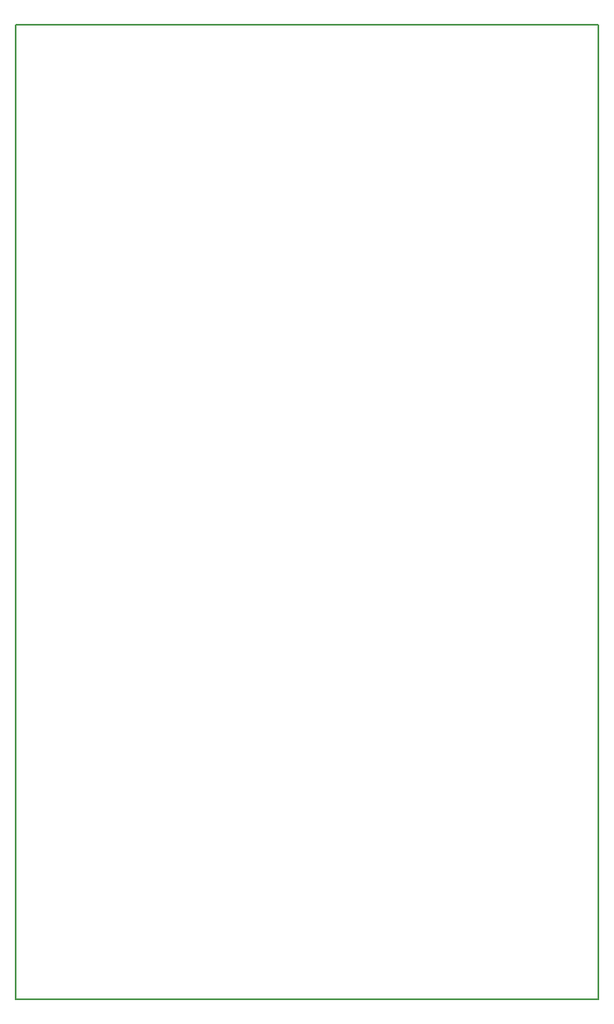
<source format=gbr>
G04 #@! TF.GenerationSoftware,KiCad,Pcbnew,(5.0.0)*
G04 #@! TF.CreationDate,2018-08-16T17:52:27+08:00*
G04 #@! TF.ProjectId,Mixer,4D697865722E6B696361645F70636200,rev?*
G04 #@! TF.SameCoordinates,Original*
G04 #@! TF.FileFunction,Profile,NP*
%FSLAX46Y46*%
G04 Gerber Fmt 4.6, Leading zero omitted, Abs format (unit mm)*
G04 Created by KiCad (PCBNEW (5.0.0)) date 08/16/18 17:52:27*
%MOMM*%
%LPD*%
G01*
G04 APERTURE LIST*
%ADD10C,0.150000*%
G04 APERTURE END LIST*
D10*
X148800000Y-151600000D02*
X148800000Y-51600000D01*
X88900000Y-151600000D02*
X148800000Y-151600000D01*
X88900000Y-51600000D02*
X88900000Y-151600000D01*
X148800000Y-51600000D02*
X88900000Y-51600000D01*
M02*

</source>
